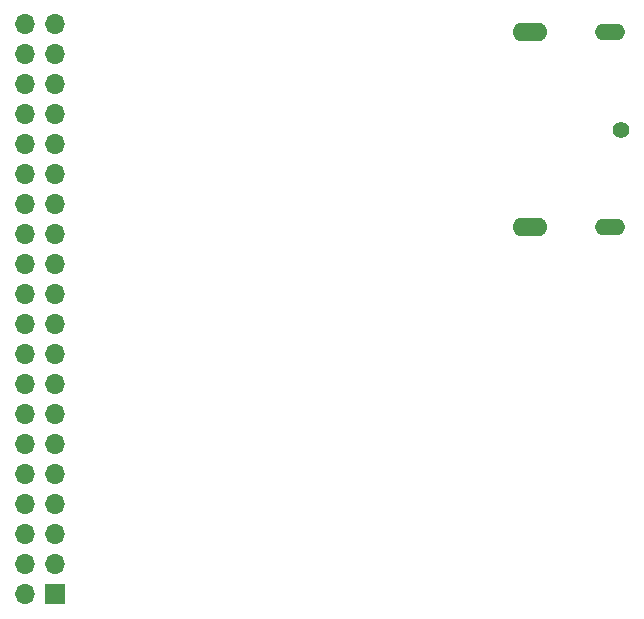
<source format=gbs>
G04 #@! TF.GenerationSoftware,KiCad,Pcbnew,8.0.1*
G04 #@! TF.CreationDate,2024-05-20T13:32:06+05:00*
G04 #@! TF.ProjectId,EDP Converter,45445020-436f-46e7-9665-727465722e6b,rev?*
G04 #@! TF.SameCoordinates,Original*
G04 #@! TF.FileFunction,Soldermask,Bot*
G04 #@! TF.FilePolarity,Negative*
%FSLAX46Y46*%
G04 Gerber Fmt 4.6, Leading zero omitted, Abs format (unit mm)*
G04 Created by KiCad (PCBNEW 8.0.1) date 2024-05-20 13:32:06*
%MOMM*%
%LPD*%
G01*
G04 APERTURE LIST*
%ADD10C,1.400000*%
%ADD11O,2.952400X1.552400*%
%ADD12O,2.552400X1.352400*%
%ADD13R,1.700000X1.700000*%
%ADD14O,1.700000X1.700000*%
G04 APERTURE END LIST*
D10*
X147300000Y-86300000D03*
D11*
X139620000Y-94550000D03*
X139620000Y-78050000D03*
D12*
X146400000Y-94550000D03*
X146400000Y-78050000D03*
D13*
X99440000Y-125640000D03*
D14*
X96900000Y-125640000D03*
X99440000Y-123100000D03*
X96900000Y-123100000D03*
X99440000Y-120560000D03*
X96900000Y-120560000D03*
X99440000Y-118020000D03*
X96900000Y-118020000D03*
X99440000Y-115480000D03*
X96900000Y-115480000D03*
X99440000Y-112940000D03*
X96900000Y-112940000D03*
X99440000Y-110400000D03*
X96900000Y-110400000D03*
X99440000Y-107860000D03*
X96900000Y-107860000D03*
X99440000Y-105320000D03*
X96900000Y-105320000D03*
X99440000Y-102780000D03*
X96900000Y-102780000D03*
X99440000Y-100240000D03*
X96900000Y-100240000D03*
X99440000Y-97700000D03*
X96900000Y-97700000D03*
X99440000Y-95160000D03*
X96900000Y-95160000D03*
X99440000Y-92620000D03*
X96900000Y-92620000D03*
X99440000Y-90080000D03*
X96900000Y-90080000D03*
X99440000Y-87540000D03*
X96900000Y-87540000D03*
X99440000Y-85000000D03*
X96900000Y-85000000D03*
X99440000Y-82460000D03*
X96900000Y-82460000D03*
X99440000Y-79920000D03*
X96900000Y-79920000D03*
X99440000Y-77380000D03*
X96900000Y-77380000D03*
M02*

</source>
